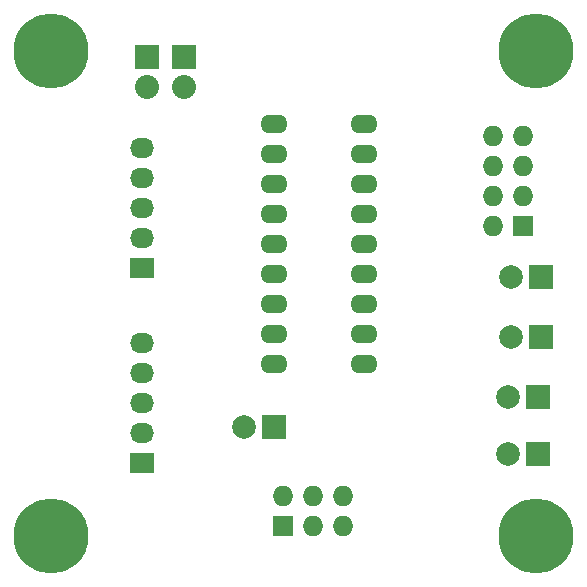
<source format=gbr>
%TF.GenerationSoftware,KiCad,Pcbnew,(5.1.10)-1*%
%TF.CreationDate,2022-04-08T13:50:54-04:00*%
%TF.ProjectId,I2CIO-8,49324349-4f2d-4382-9e6b-696361645f70,X3*%
%TF.SameCoordinates,Original*%
%TF.FileFunction,Soldermask,Bot*%
%TF.FilePolarity,Negative*%
%FSLAX46Y46*%
G04 Gerber Fmt 4.6, Leading zero omitted, Abs format (unit mm)*
G04 Created by KiCad (PCBNEW (5.1.10)-1) date 2022-04-08 13:50:54*
%MOMM*%
%LPD*%
G01*
G04 APERTURE LIST*
%ADD10O,2.300000X1.600000*%
%ADD11C,6.350000*%
%ADD12R,2.032000X2.032000*%
%ADD13O,2.032000X2.032000*%
%ADD14R,1.727200X1.727200*%
%ADD15O,1.727200X1.727200*%
%ADD16R,2.000000X2.000000*%
%ADD17C,2.000000*%
%ADD18R,2.032000X1.727200*%
%ADD19O,2.032000X1.727200*%
G04 APERTURE END LIST*
D10*
%TO.C,U1*%
X22860000Y-10160000D03*
X22860000Y-12700000D03*
X22860000Y-15240000D03*
X22860000Y-17780000D03*
X22860000Y-20320000D03*
X22860000Y-22860000D03*
X22860000Y-25400000D03*
X22860000Y-27940000D03*
X22860000Y-30480000D03*
X30480000Y-30480000D03*
X30480000Y-27940000D03*
X30480000Y-25400000D03*
X30480000Y-22860000D03*
X30480000Y-20320000D03*
X30480000Y-17780000D03*
X30480000Y-15240000D03*
X30480000Y-12700000D03*
X30480000Y-10160000D03*
%TD*%
D11*
%TO.C,MTG5*%
X4000000Y-45000000D03*
%TD*%
%TO.C,MTG6*%
X4000000Y-4000000D03*
%TD*%
%TO.C,MTG7*%
X45000000Y-45000000D03*
%TD*%
%TO.C,MTG?1*%
X45000000Y-4000000D03*
%TD*%
D12*
%TO.C,H8*%
X12065000Y-4445000D03*
D13*
X12065000Y-6985000D03*
%TD*%
D12*
%TO.C,H9*%
X15240000Y-4445000D03*
D13*
X15240000Y-6985000D03*
%TD*%
D14*
%TO.C,H4*%
X43942000Y-18796000D03*
D15*
X41402000Y-18796000D03*
X43942000Y-16256000D03*
X41402000Y-16256000D03*
X43942000Y-13716000D03*
X41402000Y-13716000D03*
X43942000Y-11176000D03*
X41402000Y-11176000D03*
%TD*%
D16*
%TO.C,D0*%
X45212000Y-38100000D03*
D17*
X42672000Y-38100000D03*
%TD*%
D16*
%TO.C,D1*%
X45212000Y-33274000D03*
D17*
X42672000Y-33274000D03*
%TD*%
D16*
%TO.C,D2*%
X45466000Y-28194000D03*
D17*
X42926000Y-28194000D03*
%TD*%
D16*
%TO.C,D3*%
X45466000Y-23114000D03*
D17*
X42926000Y-23114000D03*
%TD*%
D16*
%TO.C,D9*%
X22860000Y-35814000D03*
D17*
X20320000Y-35814000D03*
%TD*%
D14*
%TO.C,H5*%
X23622000Y-44196000D03*
D15*
X23622000Y-41656000D03*
X26162000Y-44196000D03*
X26162000Y-41656000D03*
X28702000Y-44196000D03*
X28702000Y-41656000D03*
%TD*%
D18*
%TO.C,J1*%
X11684000Y-22352000D03*
D19*
X11684000Y-19812000D03*
X11684000Y-17272000D03*
X11684000Y-14732000D03*
X11684000Y-12192000D03*
%TD*%
D18*
%TO.C,J2*%
X11684000Y-38862000D03*
D19*
X11684000Y-36322000D03*
X11684000Y-33782000D03*
X11684000Y-31242000D03*
X11684000Y-28702000D03*
%TD*%
M02*

</source>
